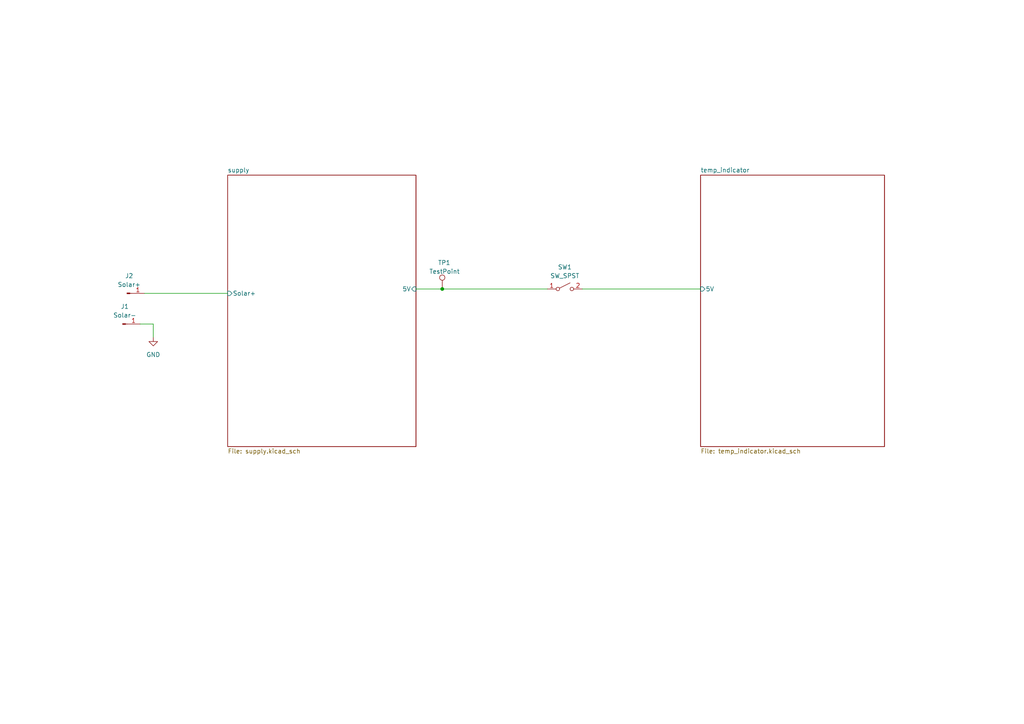
<source format=kicad_sch>
(kicad_sch (version 20211123) (generator eeschema)
  (paper "A4")
  (title_block (title "Solar temperature indicator") (date "2022-11-01"))
  (lib_symbols
    (symbol "Connector:Conn_01x01_Male" (pin_names (offset 1.016) hide)
      (property "Reference" "J" (at 0 2.54 0))
      (property "Value" "Conn_01x01_Male" (at 0 -2.54 0))
      (symbol "Conn_01x01_Male_1_1"
        (polyline (pts (xy 1.27 0) (xy 0.8636 0)) (stroke (width 0.1524)))
        (rectangle (start 0.8636 0.127) (end 0 -0.127) (stroke (width 0.1524)) (fill (type outline)))
        (pin passive line (at 5.08 0 180) (length 3.81) (name "Pin_1") (number "1"))
      )
    )
    (symbol "Connector:TestPoint" (pin_numbers hide) (pin_names (offset 0.762) hide)
      (property "Reference" "TP" (at 0 6.858 0))
      (property "Value" "TestPoint" (at 0 5.08 0))
      (symbol "TestPoint_0_1"
        (circle (center 0 3.302) (radius 0.762))
      )
      (symbol "TestPoint_1_1"
        (pin passive line (at 0 0 90) (length 2.54) (name "1") (number "1"))
      )
    )
    (symbol "Switch:SW_SPST" (pin_names (offset 0) hide)
      (property "Reference" "SW" (at 0 3.175 0))
      (property "Value" "SW_SPST" (at 0 -2.54 0))
      (symbol "SW_SPST_0_0"
        (circle (center -2.032 0) (radius 0.508))
        (polyline (pts (xy -1.524 0.254) (xy 1.524 1.778)))
        (circle (center 2.032 0) (radius 0.508))
      )
      (symbol "SW_SPST_1_1"
        (pin passive line (at -5.08 0 0) (length 2.54) (name "A") (number "1"))
        (pin passive line (at 5.08 0 180) (length 2.54) (name "B") (number "2"))
      )
    )
    (symbol "power:GND" (power) (pin_names (offset 0))
      (property "Value" "GND" (at 0 -3.81 0))
      (symbol "GND_0_1"
        (polyline (pts (xy 0 0) (xy 0 -1.27) (xy 1.27 -1.27) (xy 0 -2.54) (xy -1.27 -1.27) (xy 0 -1.27)))
      )
      (symbol "GND_1_1"
        (pin power_in line (at 0 0 270) (length 0) hide (name "GND") (number "1"))
      )
    )
  )
  (junction (at 128.27 83.82))
  (wire (pts (xy 128.27 83.82) (xy 158.75 83.82)))
  (wire (pts (xy 44.45 93.98) (xy 44.45 97.79)))
  (wire (pts (xy 168.91 83.82) (xy 203.2 83.82)))
  (wire (pts (xy 40.64 93.98) (xy 44.45 93.98)))
  (wire (pts (xy 120.65 83.82) (xy 128.27 83.82)))
  (wire (pts (xy 41.91 85.09) (xy 66.04 85.09)))
  (symbol (lib_id "Connector:Conn_01x01_Male") (at 36.83 85.09 0) (unit 1)
    (property "Reference" "J2" (at 37.465 80.01 0))
    (property "Value" "Solar+" (at 37.465 82.55 0))
    (property "Footprint" "Connector_Wire:SolderWire-2sqmm_1x01_D2mm_OD3.9mm" (effects hide))
  )
  (symbol (lib_id "Connector:TestPoint") (at 128.27 83.82 0) (unit 1)
    (property "Reference" "TP1" (at 127 76.2 0) (effects (justify left)))
    (property "Value" "TestPoint" (at 124.46 78.74 0) (effects (justify left)))
    (property "Footprint" "TestPoint:TestPoint_Pad_D2.0mm" (effects hide))
  )
  (symbol (lib_id "Connector:Conn_01x01_Male") (at 35.56 93.98 0) (unit 1)
    (property "Reference" "J1" (at 36.195 88.9 0))
    (property "Value" "Solar-" (at 36.195 91.44 0))
    (property "Footprint" "Connector_Wire:SolderWire-2sqmm_1x01_D2mm_OD3.9mm" (effects hide))
  )
  (symbol (lib_id "power:GND") (at 44.45 97.79 0) (unit 1)
    (property "Reference" "#PWR01" (effects hide))
    (property "Value" "GND" (at 44.45 102.87 0))
  )
  (symbol (lib_id "Switch:SW_SPST") (at 163.83 83.82 0) (unit 1)
    (property "Reference" "SW1" (at 163.83 77.47 0))
    (property "Value" "SW_SPST" (at 163.83 80.01 0))
    (property "Footprint" "Capacitor_THT:C_Radial_D6.3mm_H11.0mm_P2.50mm" (effects hide))
  )
  (sheet (at 66.04 50.8) (size 54.61 78.74) (stroke (width 0.1524))
    (property "Sheet name" "supply" (at 66.04 50.0884 0) (effects (justify left bottom)))
    (property "Sheet file" "supply.kicad_sch" (at 66.04 130.1246 0) (effects (justify left top)))
    (pin "5V" input (at 120.65 83.82 0))
    (pin "Solar+" input (at 66.04 85.09 180))
  )
  (sheet (at 203.2 50.8) (size 53.34 78.74) (stroke (width 0.1524))
    (property "Sheet name" "temp_indicator" (at 203.2 50.0884 0) (effects (justify left bottom)))
    (property "Sheet file" "temp_indicator.kicad_sch" (at 203.2 130.1246 0) (effects (justify left top)))
    (pin "5V" input (at 203.2 83.82 180))
  )
)
</source>
